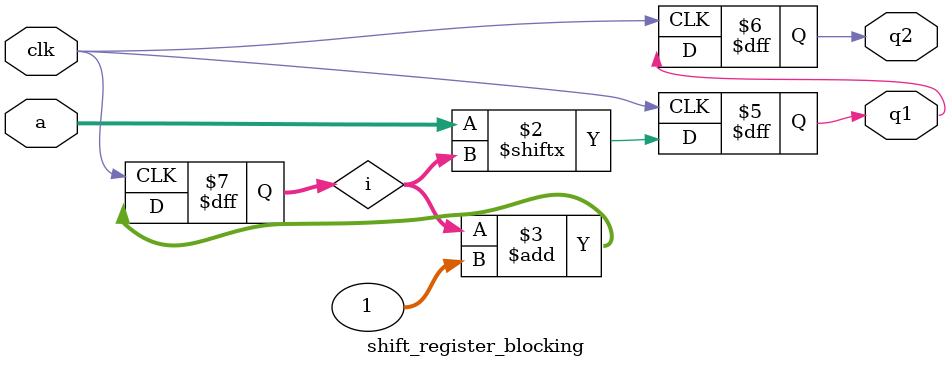
<source format=v>
`timescale 1ns / 1ps
module shift_register_blocking(
    input clk,
	 input [1:0] a,
	 output reg q1,
	 output reg q2
    );
	 integer i;
	 //assign initial values
	 initial 
	  begin
	   q1 = 0;
	   q2 = 0;
	   i = 0;
	  end
	 
	 
	always @(posedge clk)
		 begin
		  q2 = q1;
		  q1 = a[i];
		  i = i + 1;
		 end
     
endmodule

</source>
